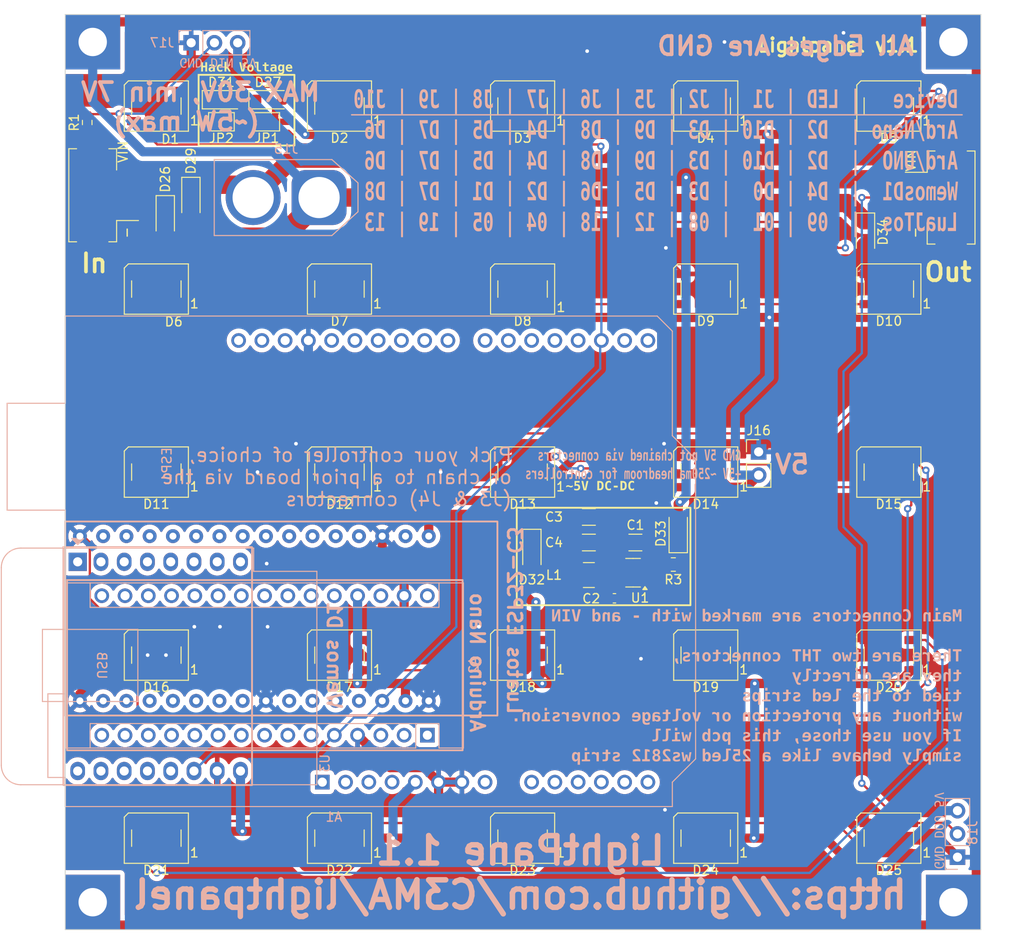
<source format=kicad_pcb>
(kicad_pcb
	(version 20240108)
	(generator "pcbnew")
	(generator_version "8.0")
	(general
		(thickness 1.6)
		(legacy_teardrops no)
	)
	(paper "A4")
	(layers
		(0 "F.Cu" signal)
		(31 "B.Cu" signal)
		(32 "B.Adhes" user "B.Adhesive")
		(33 "F.Adhes" user "F.Adhesive")
		(34 "B.Paste" user)
		(35 "F.Paste" user)
		(36 "B.SilkS" user "B.Silkscreen")
		(37 "F.SilkS" user "F.Silkscreen")
		(38 "B.Mask" user)
		(39 "F.Mask" user)
		(40 "Dwgs.User" user "User.Drawings")
		(41 "Cmts.User" user "User.Comments")
		(42 "Eco1.User" user "User.Eco1")
		(43 "Eco2.User" user "User.Eco2")
		(44 "Edge.Cuts" user)
		(45 "Margin" user)
		(46 "B.CrtYd" user "B.Courtyard")
		(47 "F.CrtYd" user "F.Courtyard")
		(48 "B.Fab" user)
		(49 "F.Fab" user)
		(50 "User.1" user)
		(51 "User.2" user)
		(52 "User.3" user)
		(53 "User.4" user)
		(54 "User.5" user)
		(55 "User.6" user)
		(56 "User.7" user)
		(57 "User.8" user)
		(58 "User.9" user)
	)
	(setup
		(stackup
			(layer "F.SilkS"
				(type "Top Silk Screen")
			)
			(layer "F.Paste"
				(type "Top Solder Paste")
			)
			(layer "F.Mask"
				(type "Top Solder Mask")
				(thickness 0.01)
			)
			(layer "F.Cu"
				(type "copper")
				(thickness 0.035)
			)
			(layer "dielectric 1"
				(type "core")
				(thickness 1.51)
				(material "FR4")
				(epsilon_r 4.5)
				(loss_tangent 0.02)
			)
			(layer "B.Cu"
				(type "copper")
				(thickness 0.035)
			)
			(layer "B.Mask"
				(type "Bottom Solder Mask")
				(thickness 0.01)
			)
			(layer "B.Paste"
				(type "Bottom Solder Paste")
			)
			(layer "B.SilkS"
				(type "Bottom Silk Screen")
			)
			(copper_finish "None")
			(dielectric_constraints no)
		)
		(pad_to_mask_clearance 0)
		(allow_soldermask_bridges_in_footprints no)
		(pcbplotparams
			(layerselection 0x00010fc_ffffffff)
			(plot_on_all_layers_selection 0x0000000_00000000)
			(disableapertmacros no)
			(usegerberextensions no)
			(usegerberattributes yes)
			(usegerberadvancedattributes yes)
			(creategerberjobfile yes)
			(dashed_line_dash_ratio 12.000000)
			(dashed_line_gap_ratio 3.000000)
			(svgprecision 6)
			(plotframeref no)
			(viasonmask no)
			(mode 1)
			(useauxorigin no)
			(hpglpennumber 1)
			(hpglpenspeed 20)
			(hpglpendiameter 15.000000)
			(pdf_front_fp_property_popups yes)
			(pdf_back_fp_property_popups yes)
			(dxfpolygonmode yes)
			(dxfimperialunits yes)
			(dxfusepcbnewfont yes)
			(psnegative no)
			(psa4output no)
			(plotreference yes)
			(plotvalue yes)
			(plotfptext yes)
			(plotinvisibletext no)
			(sketchpadsonfab no)
			(subtractmaskfromsilk no)
			(outputformat 1)
			(mirror no)
			(drillshape 0)
			(scaleselection 1)
			(outputdirectory "fabv4")
		)
	)
	(net 0 "")
	(net 1 "unconnected-(A1-NC-Pad1)")
	(net 2 "unconnected-(A1-IOREF-Pad2)")
	(net 3 "unconnected-(A1-~{RESET}-Pad3)")
	(net 4 "unconnected-(A1-3V3-Pad4)")
	(net 5 "unconnected-(A1-VIN-Pad8)")
	(net 6 "unconnected-(A1-A0-Pad9)")
	(net 7 "unconnected-(A1-A1-Pad10)")
	(net 8 "unconnected-(A1-A2-Pad11)")
	(net 9 "unconnected-(A1-A3-Pad12)")
	(net 10 "unconnected-(A1-SDA{slash}A4-Pad13)")
	(net 11 "unconnected-(A1-SCL{slash}A5-Pad14)")
	(net 12 "unconnected-(A1-D0{slash}RX-Pad15)")
	(net 13 "5V")
	(net 14 "GND")
	(net 15 "VIN")
	(net 16 "unconnected-(A1-D1{slash}TX-Pad16)")
	(net 17 "unconnected-(A1-D11-Pad26)")
	(net 18 "unconnected-(A1-D12-Pad27)")
	(net 19 "unconnected-(A1-D13-Pad28)")
	(net 20 "unconnected-(A1-AREF-Pad30)")
	(net 21 "unconnected-(A1-SDA{slash}A4-Pad31)")
	(net 22 "unconnected-(A1-SCL{slash}A5-Pad32)")
	(net 23 "unconnected-(A2-TX1-Pad1)")
	(net 24 "unconnected-(A2-RX1-Pad2)")
	(net 25 "unconnected-(A2-~{RESET}-Pad3)")
	(net 26 "unconnected-(A2-MOSI-Pad14)")
	(net 27 "unconnected-(A2-MISO-Pad15)")
	(net 28 "unconnected-(A2-SCK-Pad16)")
	(net 29 "unconnected-(A2-AREF-Pad18)")
	(net 30 "unconnected-(A2-A0-Pad19)")
	(net 31 "unconnected-(A2-A1-Pad20)")
	(net 32 "unconnected-(A2-A2-Pad21)")
	(net 33 "unconnected-(A2-A3-Pad22)")
	(net 34 "unconnected-(A2-SDA{slash}A4-Pad23)")
	(net 35 "unconnected-(A2-SCL{slash}A5-Pad24)")
	(net 36 "unconnected-(A2-A6-Pad25)")
	(net 37 "unconnected-(A2-A7-Pad26)")
	(net 38 "unconnected-(A2-~{RESET}-Pad28)")
	(net 39 "unconnected-(A2-VIN-Pad30)")
	(net 40 "Net-(U1-BST)")
	(net 41 "Net-(U1-SW)")
	(net 42 "Net-(D1-DOUT)")
	(net 43 "Net-(D2-DOUT)")
	(net 44 "Net-(D3-DOUT)")
	(net 45 "Net-(D4-DOUT)")
	(net 46 "Net-(D5-DOUT)")
	(net 47 "Net-(D6-DOUT)")
	(net 48 "Net-(D7-DOUT)")
	(net 49 "Net-(D8-DOUT)")
	(net 50 "Net-(D10-DIN)")
	(net 51 "Net-(D10-DOUT)")
	(net 52 "Net-(D11-DOUT)")
	(net 53 "Net-(D12-DOUT)")
	(net 54 "Net-(D13-DOUT)")
	(net 55 "Net-(D14-DOUT)")
	(net 56 "Net-(D15-DOUT)")
	(net 57 "Net-(D16-DOUT)")
	(net 58 "Net-(D17-DOUT)")
	(net 59 "Net-(D18-DOUT)")
	(net 60 "Net-(D19-DOUT)")
	(net 61 "Net-(D20-DOUT)")
	(net 62 "Net-(D21-DOUT)")
	(net 63 "Net-(D22-DOUT)")
	(net 64 "Net-(D23-DOUT)")
	(net 65 "Net-(D24-DOUT)")
	(net 66 "LDumbOut")
	(net 67 "unconnected-(ESP1-IO00-Pad2)")
	(net 68 "unconnected-(A1-D8-Pad23)")
	(net 69 "LOut")
	(net 70 "unconnected-(A1-D10-Pad25)")
	(net 71 "unconnected-(A1-D3-Pad18)")
	(net 72 "unconnected-(A1-D6-Pad21)")
	(net 73 "unconnected-(A1-D4-Pad19)")
	(net 74 "unconnected-(A1-D9-Pad24)")
	(net 75 "unconnected-(A1-D5-Pad20)")
	(net 76 "unconnected-(A1-D7-Pad22)")
	(net 77 "unconnected-(ESP1-RX0-Pad8)")
	(net 78 "unconnected-(ESP1-TX0-Pad9)")
	(net 79 "LDumb")
	(net 80 "unconnected-(ESP1-NC-Pad11)")
	(net 81 "unconnected-(ESP1-EN-Pad12)")
	(net 82 "unconnected-(ESP1-3.3V-Pad13)")
	(net 83 "unconnected-(ESP1-PEB-Pad15)")
	(net 84 "unconnected-(A2-3V3-Pad17)")
	(net 85 "unconnected-(ESP1-IO02-Pad19)")
	(net 86 "unconnected-(ESP1-IO03-Pad20)")
	(net 87 "unconnected-(ESP1-IO10-Pad21)")
	(net 88 "unconnected-(ESP1-IO06-Pad22)")
	(net 89 "unconnected-(ESP1-IO07-Pad23)")
	(net 90 "unconnected-(ESP1-IO11-Pad24)")
	(net 91 "unconnected-(ESP1-3.3V-Pad26)")
	(net 92 "unconnected-(U3-~{RST}-Pad1)")
	(net 93 "unconnected-(U3-A0-Pad2)")
	(net 94 "unconnected-(U3-RX-Pad15)")
	(net 95 "unconnected-(U3-TX-Pad16)")
	(net 96 "Net-(U1-EN)")
	(net 97 "Net-(D1-VDD)")
	(net 98 "Net-(D27-K)")
	(net 99 "GND_IN")
	(net 100 "Net-(D33-K)")
	(net 101 "unconnected-(ESP1-3.3V-Pad18)")
	(net 102 "Net-(D32-A)")
	(net 103 "unconnected-(A2-D4-Pad7)")
	(net 104 "unconnected-(U3-3V3-Pad8)")
	(net 105 "unconnected-(A2-D6-Pad9)")
	(net 106 "unconnected-(A2-D9-Pad12)")
	(net 107 "unconnected-(A2-D5-Pad8)")
	(net 108 "unconnected-(A2-D8-Pad11)")
	(net 109 "unconnected-(A2-D7-Pad10)")
	(net 110 "unconnected-(A2-D3-Pad6)")
	(net 111 "unconnected-(A2-D10-Pad13)")
	(net 112 "unconnected-(ESP1-IO12-Pad4)")
	(net 113 "unconnected-(ESP1-GND-Pad7)")
	(net 114 "unconnected-(ESP1-IO08-Pad29)")
	(net 115 "unconnected-(ESP1-IO13-Pad10)")
	(net 116 "unconnected-(ESP1-IO04-Pad28)")
	(net 117 "unconnected-(ESP1-IO19-Pad6)")
	(net 118 "unconnected-(ESP1-IO01-Pad3)")
	(net 119 "unconnected-(ESP1-IO05-Pad27)")
	(net 120 "unconnected-(ESP1-IO18-Pad5)")
	(net 121 "unconnected-(U3-SDA{slash}D2-Pad13)")
	(net 122 "unconnected-(U3-D3-Pad12)")
	(net 123 "unconnected-(U3-D0-Pad3)")
	(net 124 "unconnected-(U3-MOSI{slash}D7-Pad6)")
	(net 125 "unconnected-(U3-MISO{slash}D6-Pad5)")
	(net 126 "unconnected-(U3-SCK{slash}D5-Pad4)")
	(net 127 "unconnected-(U3-SCL{slash}D1-Pad14)")
	(net 128 "unconnected-(U3-CS{slash}D8-Pad7)")
	(footprint "Library:Solder_Screw_Mount" (layer "F.Cu") (at 53 147))
	(footprint "Diode_SMD:D_SOD-123F" (layer "F.Cu") (at 63.725 70 -90))
	(footprint "Capacitor_SMD:C_1206_3216Metric" (layer "F.Cu") (at 107.188 104.902))
	(footprint "Diode_SMD:D_SOD-123F" (layer "F.Cu") (at 116.95 106.6 90))
	(footprint "LED_SMD:LED_WS2812B_PLCC4_5.0x5.0mm_P3.2mm" (layer "F.Cu") (at 139.95 140 180))
	(footprint "Package_TO_SOT_SMD:TSOT-23-6" (layer "F.Cu") (at 112.014 110.998 180))
	(footprint "LED_SMD:LED_WS2812B_PLCC4_5.0x5.0mm_P3.2mm" (layer "F.Cu") (at 119.95 60 180))
	(footprint "Jumper:SolderJumper-2_P1.3mm_Bridged_Pad1.0x1.5mm" (layer "F.Cu") (at 67.056 61.722))
	(footprint "LED_SMD:LED_WS2812B_PLCC4_5.0x5.0mm_P3.2mm" (layer "F.Cu") (at 119.95 80 180))
	(footprint "LED_SMD:LED_WS2812B_PLCC4_5.0x5.0mm_P3.2mm" (layer "F.Cu") (at 139.95 120 180))
	(footprint "LED_SMD:LED_WS2812B_PLCC4_5.0x5.0mm_P3.2mm" (layer "F.Cu") (at 59.95 140 180))
	(footprint "Library:JST_PH_B3B-PH-SM4-TB_1x03-1MP_P2.00mm_Vertical" (layer "F.Cu") (at 54.75 69.75 90))
	(footprint "LED_SMD:LED_WS2812B_PLCC4_5.0x5.0mm_P3.2mm" (layer "F.Cu") (at 99.95 100 180))
	(footprint "Diode_SMD:D_SOD-123F" (layer "F.Cu") (at 60.925 72 -90))
	(footprint "LED_SMD:LED_WS2812B_PLCC4_5.0x5.0mm_P3.2mm" (layer "F.Cu") (at 99.95 140 180))
	(footprint "LED_SMD:LED_WS2812B_PLCC4_5.0x5.0mm_P3.2mm" (layer "F.Cu") (at 99.95 60 180))
	(footprint "LED_SMD:LED_WS2812B_PLCC4_5.0x5.0mm_P3.2mm" (layer "F.Cu") (at 139.95 100 180))
	(footprint "Diode_SMD:D_SOD-123F" (layer "F.Cu") (at 72.266 59.309))
	(footprint "Library:Solder_Screw_Mount" (layer "F.Cu") (at 147 147))
	(footprint "LED_SMD:LED_WS2812B_PLCC4_5.0x5.0mm_P3.2mm" (layer "F.Cu") (at 119.95 120 180))
	(footprint "LED_SMD:LED_WS2812B_PLCC4_5.0x5.0mm_P3.2mm" (layer "F.Cu") (at 79.95 60 180))
	(footprint "LED_SMD:LED_WS2812B_PLCC4_5.0x5.0mm_P3.2mm" (layer "F.Cu") (at 79.95 80 180))
	(footprint "Diode_SMD:D_SOD-123F" (layer "F.Cu") (at 137.4 73.9 -90))
	(footprint "Library:Solder_Screw_Mount" (layer "F.Cu") (at 53 53))
	(footprint "LED_SMD:LED_WS2812B_PLCC4_5.0x5.0mm_P3.2mm" (layer "F.Cu") (at 59.95 100 180))
	(footprint "LED_SMD:LED_WS2812B_PLCC4_5.0x5.0mm_P3.2mm" (layer "F.Cu") (at 59.95 60 180))
	(footprint "LED_SMD:LED_WS2812B_PLCC4_5.0x5.0mm_P3.2mm" (layer "F.Cu") (at 99.95 80 180))
	(footprint "LED_SMD:LED_WS2812B_PLCC4_5.0x5.0mm_P3.2mm" (layer "F.Cu") (at 119.95 100 180))
	(footprint "LED_SMD:LED_WS2812B_PLCC4_5.0x5.0mm_P3.2mm" (layer "F.Cu") (at 79.95 140 180))
	(footprint "Library:JST_PH_B3B-PH-SM4-TB_1x03-1MP_P2.00mm_Vertical" (layer "F.Cu") (at 145 70 -90))
	(footprint "Resistor_SMD:R_0805_2012Metric" (layer "F.Cu") (at 116.4125 110.1 180))
	(footprint "Connector_PinHeader_2.54mm:PinHeader_1x02_P2.54mm_Vertical" (layer "F.Cu") (at 125.73 97.79))
	(footprint "LED_SMD:LED_WS2812B_PLCC4_5.0x5.0mm_P3.2mm" (layer "F.Cu") (at 59.95 80 180))
	(footprint "Diode_SMD:D_SOD-123F"
		(layer "F.Cu")
		(uuid "99f7f4b3-7c3e-491a-96ed-ea24445cf2d6")
		(at 100.965 108.461 -90)
		(descr "D_SOD-123F")
		(tags "D_SOD-123F")
		(property "Reference" "D32"
			(at 3.299 0 180)
			(layer "F.SilkS")
			(uuid "d2545ace-03cd-46ed-9f58-97c403344557")
			(effects
				(font
					(size 1 1)
					(thickness 0.15)
				)
			)
		)
		(property "Value" "1A 5uA@1kV"
			(at 0 2.1 90)
			(layer "F.Fab")
			(uuid "1e53346a-1893-4871-9df5-f67eee9e6e38")
			(effects
				(font
					(size 1 1)
					(thickness 0.15)
				)
			)
		)
		(property "Footprint" "Diode_SMD:D_SOD-123F"
			(at 0 0 -90)
			(layer "F.Fab")
			(hide yes)
			(uuid "d226071a-ca68-4a64-a1fa-281126294309")
			(effects
				(font
					(size 1.27 1.27)
					(thickness 0.15)
				)
			)
		)
		(property "Datasheet" ""
			(at 0 0 -90)
			(layer "F.Fab")
			(hide yes)
			(uuid "f7d2f355-e620-408e-8ca1-afc24e0448fb")
			(effects
				(font
					(size 1.27 1.27)
					(thickness 0.15)
				)
			)
		)
		(property "Description" ""
			(at 0 0 -90)
			(layer "F.Fab")
			(hide yes)
			(uuid "9f8bbe72-4b1c-499e-9939-2457b0c6578e")
			(effects
				(font
					(size 1.27 1.27)
					(thickness 0.15)
				)
			)
		)
		(property "LCSC" "C64898"
			(at -7.496 209.426 0)
			(layer "F.Fab")
			(hide yes)
			(uuid "d08455f3-5557-4b54-98d2-634d324d9d61")
			(effects
				(font
					(size 1 1)
					(thickness 0.15)
				)
			)
		)
		(property "Sim.Device" "D"
			(at -7.496 209.426 0)
			(layer "F.Fab")
			(hide yes)
			(uuid "68d2f835-b949-4a7b-8f05-3f10042801cf")
			(effects
				(font
					(size 1 1)
					(thickness 0.15)
				)
			)
		)
		(property "Sim.Pins" "1=K 2=A"
			(at -7.496 209.426 0)
			(layer "F.Fab")
			(hide yes)
			(uuid "047293d3-359b-4a6e-a31c-ef1ea0d8337f")
			(effects
				(font
					(size 1 1)
					(thickness 0.15)
				)
			)
		)
		(property ki_fp_filters "TO-???* *_Diode_* *SingleDiode* D_*")
		(path "/fa8145dc-e9d8-4652-ab10-0c8092742c25")
		(sheetname "Root")
		(sheetfile "lig.kicad_sch")
		(attr smd)
		(fp_line
			(start -2.21 1)
			(end 1.65 1)
			(stroke
				(width 0.12)
				(type solid)
			)
			(layer "F.SilkS")
			(uuid "d2e775aa-ba22-4f85-9e85-2960f60bf2a4")
		)
		(fp_line
			(start -2.21 -1)
			(end -2.21 1)
			(stroke
				(width 0.12)
				(type solid)
			)
			(layer "F.SilkS")
			(uuid "3636f0f0-738d-41fa-85a0-89ce278cbeff")
		)
		(fp_line
			(start -2.21 -1)
			(end 1.65 -1)
			(stroke
				(width 0.12)
				(type solid)
			)
			(layer "F.SilkS")
			(uuid "ffa1f952-89bf-4455-8b1c-0e0990a7c567")
		)
		(fp_line
			(start 2.2 1.15)
			(end -2.2 1.15)
			(stroke
				(width 0.05)
				(type solid)
			)
			(layer "F.CrtYd")
			(uuid "7bb3ce8f-b52d-4a0f-b6da-0ac55d2ddabb")
		)
		(fp_line
			(start -2.2 -1.15)
			(end -2.2 1.15)
			(stroke
				(width 0.05)
				(type solid)
			)
			(layer "F.CrtYd")
			(uuid "1e6de3ab-4ba3-40c7-928b-7f7cd1d6bcbb")
		)
		(fp_line
			(start -2.2 -1.15)
			(end 2.2 -1.15)
			(stroke
				(width 0.05)
				(type solid)
			)
			(layer "F.CrtYd")
			(uuid "30734fa1-3226-407f-a00c
... [1447274 chars truncated]
</source>
